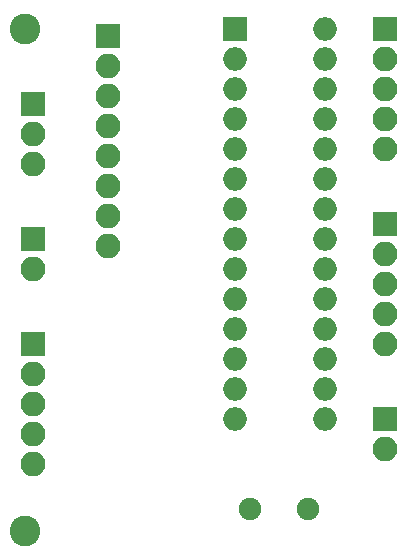
<source format=gbr>
G04 #@! TF.FileFunction,Soldermask,Bot*
%FSLAX46Y46*%
G04 Gerber Fmt 4.6, Leading zero omitted, Abs format (unit mm)*
G04 Created by KiCad (PCBNEW 4.0.7) date 02/16/18 12:23:05*
%MOMM*%
%LPD*%
G01*
G04 APERTURE LIST*
%ADD10C,0.100000*%
%ADD11C,1.900000*%
%ADD12R,2.100000X2.100000*%
%ADD13O,2.100000X2.100000*%
%ADD14R,2.000000X2.000000*%
%ADD15O,2.000000X2.000000*%
%ADD16C,2.600000*%
G04 APERTURE END LIST*
D10*
D11*
X124460000Y-139065000D03*
X129340000Y-139065000D03*
D12*
X106045000Y-104775000D03*
D13*
X106045000Y-107315000D03*
X106045000Y-109855000D03*
D12*
X112395000Y-99060000D03*
D13*
X112395000Y-101600000D03*
X112395000Y-104140000D03*
X112395000Y-106680000D03*
X112395000Y-109220000D03*
X112395000Y-111760000D03*
X112395000Y-114300000D03*
X112395000Y-116840000D03*
D14*
X123190000Y-98425000D03*
D15*
X130810000Y-131445000D03*
X123190000Y-100965000D03*
X130810000Y-128905000D03*
X123190000Y-103505000D03*
X130810000Y-126365000D03*
X123190000Y-106045000D03*
X130810000Y-123825000D03*
X123190000Y-108585000D03*
X130810000Y-121285000D03*
X123190000Y-111125000D03*
X130810000Y-118745000D03*
X123190000Y-113665000D03*
X130810000Y-116205000D03*
X123190000Y-116205000D03*
X130810000Y-113665000D03*
X123190000Y-118745000D03*
X130810000Y-111125000D03*
X123190000Y-121285000D03*
X130810000Y-108585000D03*
X123190000Y-123825000D03*
X130810000Y-106045000D03*
X123190000Y-126365000D03*
X130810000Y-103505000D03*
X123190000Y-128905000D03*
X130810000Y-100965000D03*
X123190000Y-131445000D03*
X130810000Y-98425000D03*
D12*
X106045000Y-116205000D03*
D13*
X106045000Y-118745000D03*
D12*
X135890000Y-131445000D03*
D13*
X135890000Y-133985000D03*
D12*
X135890000Y-98425000D03*
D13*
X135890000Y-100965000D03*
X135890000Y-103505000D03*
X135890000Y-106045000D03*
X135890000Y-108585000D03*
D12*
X135890000Y-114935000D03*
D13*
X135890000Y-117475000D03*
X135890000Y-120015000D03*
X135890000Y-122555000D03*
X135890000Y-125095000D03*
D12*
X106045000Y-125095000D03*
D13*
X106045000Y-127635000D03*
X106045000Y-130175000D03*
X106045000Y-132715000D03*
X106045000Y-135255000D03*
D16*
X105410000Y-98425000D03*
X105410000Y-140970000D03*
M02*

</source>
